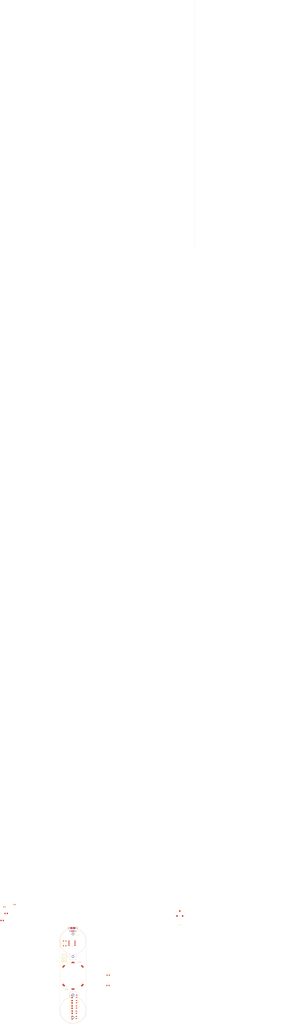
<source format=kicad_pcb>
(kicad_pcb (version 20160815) (host pcbnew "(2017-01-24 revision 0b6147e)-makepkg")

  (general
    (links 40)
    (no_connects 40)
    (area 172.397285 -780.392666 318.105521 -70.704846)
    (thickness 1.6)
    (drawings 247)
    (tracks 0)
    (zones 0)
    (modules 24)
    (nets 20)
  )

  (page A4)
  (layers
    (0 F.Cu signal)
    (31 B.Cu signal)
    (32 B.Adhes user)
    (33 F.Adhes user)
    (34 B.Paste user)
    (35 F.Paste user)
    (36 B.SilkS user)
    (37 F.SilkS user)
    (38 B.Mask user)
    (39 F.Mask user)
    (40 Dwgs.User user)
    (41 Cmts.User user)
    (42 Eco1.User user)
    (43 Eco2.User user)
    (44 Edge.Cuts user)
    (45 Margin user)
    (46 B.CrtYd user)
    (47 F.CrtYd user)
    (48 B.Fab user)
    (49 F.Fab user)
  )

  (setup
    (last_trace_width 0.25)
    (trace_clearance 0.2)
    (zone_clearance 0.508)
    (zone_45_only no)
    (trace_min 0.2)
    (segment_width 0.2)
    (edge_width 0.15)
    (via_size 0.8)
    (via_drill 0.4)
    (via_min_size 0.4)
    (via_min_drill 0.3)
    (uvia_size 0.3)
    (uvia_drill 0.1)
    (uvias_allowed no)
    (uvia_min_size 0.2)
    (uvia_min_drill 0.1)
    (pcb_text_width 0.3)
    (pcb_text_size 1.5 1.5)
    (mod_edge_width 0.15)
    (mod_text_size 1 1)
    (mod_text_width 0.15)
    (pad_size 1.524 1.524)
    (pad_drill 0.762)
    (pad_to_mask_clearance 0.2)
    (aux_axis_origin 0 0)
    (visible_elements 7FFEF7FF)
    (pcbplotparams
      (layerselection 0x00030_ffffffff)
      (usegerberextensions false)
      (excludeedgelayer true)
      (linewidth 0.100000)
      (plotframeref false)
      (viasonmask false)
      (mode 1)
      (useauxorigin false)
      (hpglpennumber 1)
      (hpglpenspeed 20)
      (hpglpendiameter 15)
      (psnegative false)
      (psa4output false)
      (plotreference true)
      (plotvalue true)
      (plotinvisibletext false)
      (padsonsilk false)
      (subtractmaskfromsilk false)
      (outputformat 1)
      (mirror false)
      (drillshape 1)
      (scaleselection 1)
      (outputdirectory ""))
  )

  (net 0 "")
  (net 1 /+VBAT)
  (net 2 GND)
  (net 3 /+VCC)
  (net 4 /+VUSB)
  (net 5 "Net-(D1-Pad1)")
  (net 6 "Net-(LED1-Pad2)")
  (net 7 "Net-(LED2-Pad2)")
  (net 8 "Net-(LED3-Pad2)")
  (net 9 "Net-(LED4-Pad2)")
  (net 10 "Net-(LED5-Pad2)")
  (net 11 /PB1)
  (net 12 /PB2)
  (net 13 /PB0)
  (net 14 /RESET)
  (net 15 /PB3)
  (net 16 "Net-(R1-Pad2)")
  (net 17 "Net-(R2-Pad2)")
  (net 18 /PB4)
  (net 19 "Net-(X1-Pad4)")

  (net_class Default "This is the default net class."
    (clearance 0.2)
    (trace_width 0.25)
    (via_dia 0.8)
    (via_drill 0.4)
    (uvia_dia 0.3)
    (uvia_drill 0.1)
    (add_net /+VBAT)
    (add_net /+VCC)
    (add_net /+VUSB)
    (add_net /PB0)
    (add_net /PB1)
    (add_net /PB2)
    (add_net /PB3)
    (add_net /PB4)
    (add_net /RESET)
    (add_net GND)
    (add_net "Net-(D1-Pad1)")
    (add_net "Net-(LED1-Pad2)")
    (add_net "Net-(LED2-Pad2)")
    (add_net "Net-(LED3-Pad2)")
    (add_net "Net-(LED4-Pad2)")
    (add_net "Net-(LED5-Pad2)")
    (add_net "Net-(R1-Pad2)")
    (add_net "Net-(R2-Pad2)")
    (add_net "Net-(X1-Pad4)")
  )

  (module 608_Bearing:608_Bearing (layer F.Cu) (tedit 59341282) (tstamp 59340EA6)
    (at 125 85 90)
    (path /59325F1B)
    (fp_text reference B1 (at 11.9 -4.9 90) (layer F.SilkS)
      (effects (font (size 1 1) (thickness 0.15)))
    )
    (fp_text value 608_Bearing (at 0 -5.715 90) (layer F.Fab)
      (effects (font (size 1 1) (thickness 0.15)))
    )
    (fp_circle (center 0 0) (end 5.08 9.906) (layer F.SilkS) (width 0.15))
    (pad ~ smd trapezoid (at 8.255 8.255 45) (size 1.524 2.54) (rect_delta 0.3 0 ) (layers F.Cu F.Paste F.Mask))
    (pad "" np_thru_hole circle (at 0 0 90) (size 22 22) (drill 22) (layers *.Cu *.Mask))
    (pad ~ smd trapezoid (at 8.255 -8.255 135) (size 1.524 2.54) (rect_delta 0.3 0 ) (layers F.Cu F.Paste F.Mask))
    (pad ~ smd trapezoid (at 11.684 0 90) (size 1.524 2.54) (rect_delta 0.3 0 ) (layers F.Cu F.Paste F.Mask))
    (pad ~ smd trapezoid (at -8.255 -8.255 225) (size 1.524 2.54) (rect_delta 0.3 0 ) (layers F.Cu F.Paste F.Mask))
    (pad ~ smd trapezoid (at -11.684 0 270) (size 1.524 2.54) (rect_delta 0.3 0 ) (layers F.Cu F.Paste F.Mask))
    (pad ~ smd trapezoid (at -8.255 8.255 315) (size 1.524 2.54) (rect_delta 0.3 0 ) (layers F.Cu F.Paste F.Mask))
    (model ${KIPRJMOD}/3dmodels/608_Bearing.step
      (at (xyz 0 0 -0.03543307086614173))
      (scale (xyz 1 1 1))
      (rotate (xyz 270 0 0))
    )
  )

  (module Capacitors_SMD:C_0805 (layer F.Cu) (tedit 5415D6EA) (tstamp 59340EBA)
    (at 65.575001 29.7375)
    (descr "Capacitor SMD 0805, reflow soldering, AVX (see smccp.pdf)")
    (tags "capacitor 0805")
    (path /592EDA52)
    (attr smd)
    (fp_text reference C1 (at 0 -2.1) (layer F.SilkS)
      (effects (font (size 1 1) (thickness 0.15)))
    )
    (fp_text value .1uF (at 0 2.1) (layer F.Fab)
      (effects (font (size 1 1) (thickness 0.15)))
    )
    (fp_line (start -1.8 -1) (end 1.8 -1) (layer F.CrtYd) (width 0.05))
    (fp_line (start -1.8 1) (end 1.8 1) (layer F.CrtYd) (width 0.05))
    (fp_line (start -1.8 -1) (end -1.8 1) (layer F.CrtYd) (width 0.05))
    (fp_line (start 1.8 -1) (end 1.8 1) (layer F.CrtYd) (width 0.05))
    (fp_line (start 0.5 -0.85) (end -0.5 -0.85) (layer F.SilkS) (width 0.15))
    (fp_line (start -0.5 0.85) (end 0.5 0.85) (layer F.SilkS) (width 0.15))
    (pad 1 smd rect (at -1 0) (size 1 1.25) (layers F.Cu F.Paste F.Mask)
      (net 3 /+VCC))
    (pad 2 smd rect (at 1 0) (size 1 1.25) (layers F.Cu F.Paste F.Mask)
      (net 2 GND))
    (model Capacitors_SMD.3dshapes/C_0805.wrl
      (at (xyz 0 0 0))
      (scale (xyz 1 1 1))
      (rotate (xyz 0 0 0))
    )
  )

  (module Capacitors_SMD:C_0805 (layer F.Cu) (tedit 5415D6EA) (tstamp 59340EC0)
    (at 62.008333 35.9875)
    (descr "Capacitor SMD 0805, reflow soldering, AVX (see smccp.pdf)")
    (tags "capacitor 0805")
    (path /592ED9B8)
    (attr smd)
    (fp_text reference C2 (at 0 -2.1) (layer F.SilkS)
      (effects (font (size 1 1) (thickness 0.15)))
    )
    (fp_text value 10uF (at 0 2.1) (layer F.Fab)
      (effects (font (size 1 1) (thickness 0.15)))
    )
    (fp_line (start -0.5 0.85) (end 0.5 0.85) (layer F.SilkS) (width 0.15))
    (fp_line (start 0.5 -0.85) (end -0.5 -0.85) (layer F.SilkS) (width 0.15))
    (fp_line (start 1.8 -1) (end 1.8 1) (layer F.CrtYd) (width 0.05))
    (fp_line (start -1.8 -1) (end -1.8 1) (layer F.CrtYd) (width 0.05))
    (fp_line (start -1.8 1) (end 1.8 1) (layer F.CrtYd) (width 0.05))
    (fp_line (start -1.8 -1) (end 1.8 -1) (layer F.CrtYd) (width 0.05))
    (pad 2 smd rect (at 1 0) (size 1 1.25) (layers F.Cu F.Paste F.Mask)
      (net 2 GND))
    (pad 1 smd rect (at -1 0) (size 1 1.25) (layers F.Cu F.Paste F.Mask)
      (net 3 /+VCC))
    (model Capacitors_SMD.3dshapes/C_0805.wrl
      (at (xyz 0 0 0))
      (scale (xyz 1 1 1))
      (rotate (xyz 0 0 0))
    )
  )

  (module Diodes_SMD_SOD_523:SOD-523 (layer F.Cu) (tedit 59340B07) (tstamp 59340ECC)
    (at 73.069285 21.8475)
    (descr "http://www.diodes.com/datasheets/ap02001.pdf p.144")
    (tags "Diode SOD523")
    (path /592ED80C)
    (attr smd)
    (fp_text reference D1 (at 0 -1.5) (layer F.SilkS)
      (effects (font (size 1 1) (thickness 0.15)))
    )
    (fp_text value SCHOTTKY (at 0 1.7) (layer F.Fab)
      (effects (font (size 1 1) (thickness 0.15)))
    )
    (fp_line (start -0.781 0.6) (end 0.769 0.6) (layer F.SilkS) (width 0.15))
    (fp_line (start -0.781 -0.6) (end 0.769 -0.6) (layer F.SilkS) (width 0.15))
    (fp_line (start -0.127 0) (end 0.254 0.381) (layer F.SilkS) (width 0.15))
    (fp_line (start 0.254 -0.381) (end -0.127 0) (layer F.SilkS) (width 0.15))
    (fp_line (start 0.254 0.381) (end 0.254 -0.381) (layer F.SilkS) (width 0.15))
    (fp_line (start -0.254 0.381) (end -0.254 -0.381) (layer F.SilkS) (width 0.15))
    (pad 1 smd rect (at -0.7 0) (size 0.6 0.7) (layers F.Cu F.Paste F.Mask)
      (net 5 "Net-(D1-Pad1)"))
    (pad 2 smd rect (at 0.7 0) (size 0.6 0.7) (layers F.Cu F.Paste F.Mask)
      (net 4 /+VUSB))
    (model ${KIPRJMOD}/3dmodels/Diodes_SOD_523.step
      (at (xyz 0 0 0))
      (scale (xyz 1 1 1))
      (rotate (xyz 270 0 0))
    )
  )

  (module Diodes_SMD_SOD_523:SOD-523 (layer F.Cu) (tedit 59340B07) (tstamp 59340ED8)
    (at 63.889285 23.8875)
    (descr "http://www.diodes.com/datasheets/ap02001.pdf p.144")
    (tags "Diode SOD523")
    (path /592ED75D)
    (attr smd)
    (fp_text reference D2 (at 0 -1.5) (layer F.SilkS)
      (effects (font (size 1 1) (thickness 0.15)))
    )
    (fp_text value SCHOTTKY (at 0 1.7) (layer F.Fab)
      (effects (font (size 1 1) (thickness 0.15)))
    )
    (fp_line (start -0.254 0.381) (end -0.254 -0.381) (layer F.SilkS) (width 0.15))
    (fp_line (start 0.254 0.381) (end 0.254 -0.381) (layer F.SilkS) (width 0.15))
    (fp_line (start 0.254 -0.381) (end -0.127 0) (layer F.SilkS) (width 0.15))
    (fp_line (start -0.127 0) (end 0.254 0.381) (layer F.SilkS) (width 0.15))
    (fp_line (start -0.781 -0.6) (end 0.769 -0.6) (layer F.SilkS) (width 0.15))
    (fp_line (start -0.781 0.6) (end 0.769 0.6) (layer F.SilkS) (width 0.15))
    (pad 2 smd rect (at 0.7 0) (size 0.6 0.7) (layers F.Cu F.Paste F.Mask)
      (net 1 /+VBAT))
    (pad 1 smd rect (at -0.7 0) (size 0.6 0.7) (layers F.Cu F.Paste F.Mask)
      (net 5 "Net-(D1-Pad1)"))
    (model ${KIPRJMOD}/3dmodels/Diodes_SOD_523.step
      (at (xyz 0 0 0))
      (scale (xyz 1 1 1))
      (rotate (xyz 270 0 0))
    )
  )

  (module LEDs:LED_0805 (layer F.Cu) (tedit 55BDE1C2) (tstamp 59340EEA)
    (at 124.3 122.1 90)
    (descr "LED 0805 smd package")
    (tags "LED 0805 SMD")
    (path /592EE45E)
    (attr smd)
    (fp_text reference LED1 (at 0 -1.75 90) (layer F.SilkS)
      (effects (font (size 1 1) (thickness 0.15)))
    )
    (fp_text value LED (at 0 1.75 90) (layer F.Fab)
      (effects (font (size 1 1) (thickness 0.15)))
    )
    (fp_line (start -1.6 0.75) (end 1.1 0.75) (layer F.SilkS) (width 0.15))
    (fp_line (start -1.6 -0.75) (end 1.1 -0.75) (layer F.SilkS) (width 0.15))
    (fp_line (start -0.1 0.15) (end -0.1 -0.1) (layer F.SilkS) (width 0.15))
    (fp_line (start -0.1 -0.1) (end -0.25 0.05) (layer F.SilkS) (width 0.15))
    (fp_line (start -0.35 -0.35) (end -0.35 0.35) (layer F.SilkS) (width 0.15))
    (fp_line (start 0 0) (end 0.35 0) (layer F.SilkS) (width 0.15))
    (fp_line (start -0.35 0) (end 0 -0.35) (layer F.SilkS) (width 0.15))
    (fp_line (start 0 -0.35) (end 0 0.35) (layer F.SilkS) (width 0.15))
    (fp_line (start 0 0.35) (end -0.35 0) (layer F.SilkS) (width 0.15))
    (fp_line (start 1.9 -0.95) (end 1.9 0.95) (layer F.CrtYd) (width 0.05))
    (fp_line (start 1.9 0.95) (end -1.9 0.95) (layer F.CrtYd) (width 0.05))
    (fp_line (start -1.9 0.95) (end -1.9 -0.95) (layer F.CrtYd) (width 0.05))
    (fp_line (start -1.9 -0.95) (end 1.9 -0.95) (layer F.CrtYd) (width 0.05))
    (pad 2 smd rect (at 1.04902 0 270) (size 1.19888 1.19888) (layers F.Cu F.Paste F.Mask)
      (net 6 "Net-(LED1-Pad2)"))
    (pad 1 smd rect (at -1.04902 0 270) (size 1.19888 1.19888) (layers F.Cu F.Paste F.Mask)
      (net 2 GND))
    (model LEDs.3dshapes/LED_0805.wrl
      (at (xyz 0 0 0))
      (scale (xyz 1 1 1))
      (rotate (xyz 0 0 0))
    )
  )

  (module LEDs:LED_0805 (layer F.Cu) (tedit 55BDE1C2) (tstamp 59340EF0)
    (at 124.3 117.3 90)
    (descr "LED 0805 smd package")
    (tags "LED 0805 SMD")
    (path /592EE5E5)
    (attr smd)
    (fp_text reference LED2 (at 0 -1.75 90) (layer F.SilkS)
      (effects (font (size 1 1) (thickness 0.15)))
    )
    (fp_text value LED (at 0 1.75 90) (layer F.Fab)
      (effects (font (size 1 1) (thickness 0.15)))
    )
    (fp_line (start -1.9 -0.95) (end 1.9 -0.95) (layer F.CrtYd) (width 0.05))
    (fp_line (start -1.9 0.95) (end -1.9 -0.95) (layer F.CrtYd) (width 0.05))
    (fp_line (start 1.9 0.95) (end -1.9 0.95) (layer F.CrtYd) (width 0.05))
    (fp_line (start 1.9 -0.95) (end 1.9 0.95) (layer F.CrtYd) (width 0.05))
    (fp_line (start 0 0.35) (end -0.35 0) (layer F.SilkS) (width 0.15))
    (fp_line (start 0 -0.35) (end 0 0.35) (layer F.SilkS) (width 0.15))
    (fp_line (start -0.35 0) (end 0 -0.35) (layer F.SilkS) (width 0.15))
    (fp_line (start 0 0) (end 0.35 0) (layer F.SilkS) (width 0.15))
    (fp_line (start -0.35 -0.35) (end -0.35 0.35) (layer F.SilkS) (width 0.15))
    (fp_line (start -0.1 -0.1) (end -0.25 0.05) (layer F.SilkS) (width 0.15))
    (fp_line (start -0.1 0.15) (end -0.1 -0.1) (layer F.SilkS) (width 0.15))
    (fp_line (start -1.6 -0.75) (end 1.1 -0.75) (layer F.SilkS) (width 0.15))
    (fp_line (start -1.6 0.75) (end 1.1 0.75) (layer F.SilkS) (width 0.15))
    (pad 1 smd rect (at -1.04902 0 270) (size 1.19888 1.19888) (layers F.Cu F.Paste F.Mask)
      (net 2 GND))
    (pad 2 smd rect (at 1.04902 0 270) (size 1.19888 1.19888) (layers F.Cu F.Paste F.Mask)
      (net 7 "Net-(LED2-Pad2)"))
    (model LEDs.3dshapes/LED_0805.wrl
      (at (xyz 0 0 0))
      (scale (xyz 1 1 1))
      (rotate (xyz 0 0 0))
    )
  )

  (module LEDs:LED_0805 (layer F.Cu) (tedit 55BDE1C2) (tstamp 59340EF6)
    (at 124.2 112.8 90)
    (descr "LED 0805 smd package")
    (tags "LED 0805 SMD")
    (path /592EE639)
    (attr smd)
    (fp_text reference LED3 (at 0 -1.75 90) (layer F.SilkS)
      (effects (font (size 1 1) (thickness 0.15)))
    )
    (fp_text value LED (at 0 1.75 90) (layer F.Fab)
      (effects (font (size 1 1) (thickness 0.15)))
    )
    (fp_line (start -1.6 0.75) (end 1.1 0.75) (layer F.SilkS) (width 0.15))
    (fp_line (start -1.6 -0.75) (end 1.1 -0.75) (layer F.SilkS) (width 0.15))
    (fp_line (start -0.1 0.15) (end -0.1 -0.1) (layer F.SilkS) (width 0.15))
    (fp_line (start -0.1 -0.1) (end -0.25 0.05) (layer F.SilkS) (width 0.15))
    (fp_line (start -0.35 -0.35) (end -0.35 0.35) (layer F.SilkS) (width 0.15))
    (fp_line (start 0 0) (end 0.35 0) (layer F.SilkS) (width 0.15))
    (fp_line (start -0.35 0) (end 0 -0.35) (layer F.SilkS) (width 0.15))
    (fp_line (start 0 -0.35) (end 0 0.35) (layer F.SilkS) (width 0.15))
    (fp_line (start 0 0.35) (end -0.35 0) (layer F.SilkS) (width 0.15))
    (fp_line (start 1.9 -0.95) (end 1.9 0.95) (layer F.CrtYd) (width 0.05))
    (fp_line (start 1.9 0.95) (end -1.9 0.95) (layer F.CrtYd) (width 0.05))
    (fp_line (start -1.9 0.95) (end -1.9 -0.95) (layer F.CrtYd) (width 0.05))
    (fp_line (start -1.9 -0.95) (end 1.9 -0.95) (layer F.CrtYd) (width 0.05))
    (pad 2 smd rect (at 1.04902 0 270) (size 1.19888 1.19888) (layers F.Cu F.Paste F.Mask)
      (net 8 "Net-(LED3-Pad2)"))
    (pad 1 smd rect (at -1.04902 0 270) (size 1.19888 1.19888) (layers F.Cu F.Paste F.Mask)
      (net 2 GND))
    (model LEDs.3dshapes/LED_0805.wrl
      (at (xyz 0 0 0))
      (scale (xyz 1 1 1))
      (rotate (xyz 0 0 0))
    )
  )

  (module LEDs:LED_0805 (layer F.Cu) (tedit 55BDE1C2) (tstamp 59340EFC)
    (at 124.2 108.1 90)
    (descr "LED 0805 smd package")
    (tags "LED 0805 SMD")
    (path /592EE678)
    (attr smd)
    (fp_text reference LED4 (at 0 -1.75 90) (layer F.SilkS)
      (effects (font (size 1 1) (thickness 0.15)))
    )
    (fp_text value LED (at 0 1.75 90) (layer F.Fab)
      (effects (font (size 1 1) (thickness 0.15)))
    )
    (fp_line (start -1.9 -0.95) (end 1.9 -0.95) (layer F.CrtYd) (width 0.05))
    (fp_line (start -1.9 0.95) (end -1.9 -0.95) (layer F.CrtYd) (width 0.05))
    (fp_line (start 1.9 0.95) (end -1.9 0.95) (layer F.CrtYd) (width 0.05))
    (fp_line (start 1.9 -0.95) (end 1.9 0.95) (layer F.CrtYd) (width 0.05))
    (fp_line (start 0 0.35) (end -0.35 0) (layer F.SilkS) (width 0.15))
    (fp_line (start 0 -0.35) (end 0 0.35) (layer F.SilkS) (width 0.15))
    (fp_line (start -0.35 0) (end 0 -0.35) (layer F.SilkS) (width 0.15))
    (fp_line (start 0 0) (end 0.35 0) (layer F.SilkS) (width 0.15))
    (fp_line (start -0.35 -0.35) (end -0.35 0.35) (layer F.SilkS) (width 0.15))
    (fp_line (start -0.1 -0.1) (end -0.25 0.05) (layer F.SilkS) (width 0.15))
    (fp_line (start -0.1 0.15) (end -0.1 -0.1) (layer F.SilkS) (width 0.15))
    (fp_line (start -1.6 -0.75) (end 1.1 -0.75) (layer F.SilkS) (width 0.15))
    (fp_line (start -1.6 0.75) (end 1.1 0.75) (layer F.SilkS) (width 0.15))
    (pad 1 smd rect (at -1.04902 0 270) (size 1.19888 1.19888) (layers F.Cu F.Paste F.Mask)
      (net 2 GND))
    (pad 2 smd rect (at 1.04902 0 270) (size 1.19888 1.19888) (layers F.Cu F.Paste F.Mask)
      (net 9 "Net-(LED4-Pad2)"))
    (model LEDs.3dshapes/LED_0805.wrl
      (at (xyz 0 0 0))
      (scale (xyz 1 1 1))
      (rotate (xyz 0 0 0))
    )
  )

  (module LEDs:LED_0805 (layer F.Cu) (tedit 55BDE1C2) (tstamp 59340F02)
    (at 124.2 103.3 90)
    (descr "LED 0805 smd package")
    (tags "LED 0805 SMD")
    (path /592EE6BA)
    (attr smd)
    (fp_text reference LED5 (at 0 -1.75 90) (layer F.SilkS)
      (effects (font (size 1 1) (thickness 0.15)))
    )
    (fp_text value LED (at 0 1.75 90) (layer F.Fab)
      (effects (font (size 1 1) (thickness 0.15)))
    )
    (fp_line (start -1.6 0.75) (end 1.1 0.75) (layer F.SilkS) (width 0.15))
    (fp_line (start -1.6 -0.75) (end 1.1 -0.75) (layer F.SilkS) (width 0.15))
    (fp_line (start -0.1 0.15) (end -0.1 -0.1) (layer F.SilkS) (width 0.15))
    (fp_line (start -0.1 -0.1) (end -0.25 0.05) (layer F.SilkS) (width 0.15))
    (fp_line (start -0.35 -0.35) (end -0.35 0.35) (layer F.SilkS) (width 0.15))
    (fp_line (start 0 0) (end 0.35 0) (layer F.SilkS) (width 0.15))
    (fp_line (start -0.35 0) (end 0 -0.35) (layer F.SilkS) (width 0.15))
    (fp_line (start 0 -0.35) (end 0 0.35) (layer F.SilkS) (width 0.15))
    (fp_line (start 0 0.35) (end -0.35 0) (layer F.SilkS) (width 0.15))
    (fp_line (start 1.9 -0.95) (end 1.9 0.95) (layer F.CrtYd) (width 0.05))
    (fp_line (start 1.9 0.95) (end -1.9 0.95) (layer F.CrtYd) (width 0.05))
    (fp_line (start -1.9 0.95) (end -1.9 -0.95) (layer F.CrtYd) (width 0.05))
    (fp_line (start -1.9 -0.95) (end 1.9 -0.95) (layer F.CrtYd) (width 0.05))
    (pad 2 smd rect (at 1.04902 0 270) (size 1.19888 1.19888) (layers F.Cu F.Paste F.Mask)
      (net 10 "Net-(LED5-Pad2)"))
    (pad 1 smd rect (at -1.04902 0 270) (size 1.19888 1.19888) (layers F.Cu F.Paste F.Mask)
      (net 2 GND))
    (model LEDs.3dshapes/LED_0805.wrl
      (at (xyz 0 0 0))
      (scale (xyz 1 1 1))
      (rotate (xyz 0 0 0))
    )
  )

  (module ISP:ISP (layer F.Cu) (tedit 59316338) (tstamp 59340F0C)
    (at 115.8 71.8 90)
    (descr "Through hole socket strip")
    (tags "socket strip")
    (path /592F165D)
    (fp_text reference P1 (at 0 -5.1 90) (layer F.SilkS)
      (effects (font (size 1 1) (thickness 0.15)))
    )
    (fp_text value ISP (at 0 -3.1 90) (layer F.Fab)
      (effects (font (size 1 1) (thickness 0.15)))
    )
    (fp_line (start 6.35 -1.27) (end 1.27 -1.27) (layer F.SilkS) (width 0.15))
    (fp_line (start -1.55 -1.55) (end 0 -1.55) (layer F.SilkS) (width 0.15))
    (fp_line (start -1.75 -1.75) (end -1.75 4.3) (layer F.CrtYd) (width 0.05))
    (fp_line (start 6.85 -1.75) (end 6.85 4.3) (layer F.CrtYd) (width 0.05))
    (fp_line (start -1.75 -1.75) (end 6.85 -1.75) (layer F.CrtYd) (width 0.05))
    (fp_line (start -1.75 4.3) (end 6.85 4.3) (layer F.CrtYd) (width 0.05))
    (fp_line (start -1.27 1.27) (end 1.27 1.27) (layer F.SilkS) (width 0.15))
    (fp_line (start 1.27 1.27) (end 1.27 -1.27) (layer F.SilkS) (width 0.15))
    (fp_line (start 6.35 -1.27) (end 6.35 3.81) (layer F.SilkS) (width 0.15))
    (fp_line (start 6.35 3.81) (end 1.27 3.81) (layer F.SilkS) (width 0.15))
    (fp_line (start -1.55 -1.55) (end -1.55 0) (layer F.SilkS) (width 0.15))
    (fp_line (start -1.27 3.81) (end -1.27 1.27) (layer F.SilkS) (width 0.15))
    (fp_line (start 1.27 3.81) (end -1.27 3.81) (layer F.SilkS) (width 0.15))
    (pad 1 thru_hole rect (at 0 0 90) (size 1.7272 1.7272) (drill 1.016) (layers *.Cu *.Mask F.SilkS)
      (net 11 /PB1))
    (pad 2 thru_hole oval (at 0 2.54 90) (size 1.7272 1.7272) (drill 1.016) (layers *.Cu *.Mask F.SilkS)
      (net 3 /+VCC))
    (pad 3 thru_hole oval (at 2.54 0 90) (size 1.7272 1.7272) (drill 1.016) (layers *.Cu *.Mask F.SilkS)
      (net 12 /PB2))
    (pad 4 thru_hole oval (at 2.54 2.54 90) (size 1.7272 1.7272) (drill 1.016) (layers *.Cu *.Mask F.SilkS)
      (net 13 /PB0))
    (pad 5 thru_hole oval (at 5.08 0 90) (size 1.7272 1.7272) (drill 1.016) (layers *.Cu *.Mask F.SilkS)
      (net 14 /RESET))
    (pad 6 thru_hole oval (at 5.08 2.54 90) (size 1.7272 1.7272) (drill 1.016) (layers *.Cu *.Mask F.SilkS)
      (net 2 GND))
  )

  (module Resistors_SMD:R_0805 (layer F.Cu) (tedit 5415CDEB) (tstamp 59340F12)
    (at 156.2 93.6)
    (descr "Resistor SMD 0805, reflow soldering, Vishay (see dcrcw.pdf)")
    (tags "resistor 0805")
    (path /592ECCD7)
    (attr smd)
    (fp_text reference R1 (at 0 -2.1) (layer F.SilkS)
      (effects (font (size 1 1) (thickness 0.15)))
    )
    (fp_text value 68 (at 0 2.1) (layer F.Fab)
      (effects (font (size 1 1) (thickness 0.15)))
    )
    (fp_line (start -1.6 -1) (end 1.6 -1) (layer F.CrtYd) (width 0.05))
    (fp_line (start -1.6 1) (end 1.6 1) (layer F.CrtYd) (width 0.05))
    (fp_line (start -1.6 -1) (end -1.6 1) (layer F.CrtYd) (width 0.05))
    (fp_line (start 1.6 -1) (end 1.6 1) (layer F.CrtYd) (width 0.05))
    (fp_line (start 0.6 0.875) (end -0.6 0.875) (layer F.SilkS) (width 0.15))
    (fp_line (start -0.6 -0.875) (end 0.6 -0.875) (layer F.SilkS) (width 0.15))
    (pad 1 smd rect (at -0.95 0) (size 0.7 1.3) (layers F.Cu F.Paste F.Mask)
      (net 15 /PB3))
    (pad 2 smd rect (at 0.95 0) (size 0.7 1.3) (layers F.Cu F.Paste F.Mask)
      (net 16 "Net-(R1-Pad2)"))
    (model Resistors_SMD.3dshapes/R_0805.wrl
      (at (xyz 0 0 0))
      (scale (xyz 1 1 1))
      (rotate (xyz 0 0 0))
    )
  )

  (module Resistors_SMD:R_0805 (layer F.Cu) (tedit 5415CDEB) (tstamp 59340F18)
    (at 156.3 84.5)
    (descr "Resistor SMD 0805, reflow soldering, Vishay (see dcrcw.pdf)")
    (tags "resistor 0805")
    (path /592ECDDB)
    (attr smd)
    (fp_text reference R2 (at 0 -2.1) (layer F.SilkS)
      (effects (font (size 1 1) (thickness 0.15)))
    )
    (fp_text value 68 (at 0 2.1) (layer F.Fab)
      (effects (font (size 1 1) (thickness 0.15)))
    )
    (fp_line (start -0.6 -0.875) (end 0.6 -0.875) (layer F.SilkS) (width 0.15))
    (fp_line (start 0.6 0.875) (end -0.6 0.875) (layer F.SilkS) (width 0.15))
    (fp_line (start 1.6 -1) (end 1.6 1) (layer F.CrtYd) (width 0.05))
    (fp_line (start -1.6 -1) (end -1.6 1) (layer F.CrtYd) (width 0.05))
    (fp_line (start -1.6 1) (end 1.6 1) (layer F.CrtYd) (width 0.05))
    (fp_line (start -1.6 -1) (end 1.6 -1) (layer F.CrtYd) (width 0.05))
    (pad 2 smd rect (at 0.95 0) (size 0.7 1.3) (layers F.Cu F.Paste F.Mask)
      (net 17 "Net-(R2-Pad2)"))
    (pad 1 smd rect (at -0.95 0) (size 0.7 1.3) (layers F.Cu F.Paste F.Mask)
      (net 18 /PB4))
    (model Resistors_SMD.3dshapes/R_0805.wrl
      (at (xyz 0 0 0))
      (scale (xyz 1 1 1))
      (rotate (xyz 0 0 0))
    )
  )

  (module Resistors_SMD:R_0805 (layer F.Cu) (tedit 5415CDEB) (tstamp 59340F1E)
    (at 128 122 270)
    (descr "Resistor SMD 0805, reflow soldering, Vishay (see dcrcw.pdf)")
    (tags "resistor 0805")
    (path /592EE785)
    (attr smd)
    (fp_text reference R3 (at 0 -2.1 270) (layer F.SilkS)
      (effects (font (size 1 1) (thickness 0.15)))
    )
    (fp_text value 470 (at 0 2.1 270) (layer F.Fab)
      (effects (font (size 1 1) (thickness 0.15)))
    )
    (fp_line (start -1.6 -1) (end 1.6 -1) (layer F.CrtYd) (width 0.05))
    (fp_line (start -1.6 1) (end 1.6 1) (layer F.CrtYd) (width 0.05))
    (fp_line (start -1.6 -1) (end -1.6 1) (layer F.CrtYd) (width 0.05))
    (fp_line (start 1.6 -1) (end 1.6 1) (layer F.CrtYd) (width 0.05))
    (fp_line (start 0.6 0.875) (end -0.6 0.875) (layer F.SilkS) (width 0.15))
    (fp_line (start -0.6 -0.875) (end 0.6 -0.875) (layer F.SilkS) (width 0.15))
    (pad 1 smd rect (at -0.95 0 270) (size 0.7 1.3) (layers F.Cu F.Paste F.Mask)
      (net 6 "Net-(LED1-Pad2)"))
    (pad 2 smd rect (at 0.95 0 270) (size 0.7 1.3) (layers F.Cu F.Paste F.Mask)
      (net 13 /PB0))
    (model Resistors_SMD.3dshapes/R_0805.wrl
      (at (xyz 0 0 0))
      (scale (xyz 1 1 1))
      (rotate (xyz 0 0 0))
    )
  )

  (module Resistors_SMD:R_0805 (layer F.Cu) (tedit 5415CDEB) (tstamp 59340F24)
    (at 128 117.3 270)
    (descr "Resistor SMD 0805, reflow soldering, Vishay (see dcrcw.pdf)")
    (tags "resistor 0805")
    (path /592EE895)
    (attr smd)
    (fp_text reference R4 (at 0 -2.1 270) (layer F.SilkS)
      (effects (font (size 1 1) (thickness 0.15)))
    )
    (fp_text value 470 (at 0 2.1 270) (layer F.Fab)
      (effects (font (size 1 1) (thickness 0.15)))
    )
    (fp_line (start -0.6 -0.875) (end 0.6 -0.875) (layer F.SilkS) (width 0.15))
    (fp_line (start 0.6 0.875) (end -0.6 0.875) (layer F.SilkS) (width 0.15))
    (fp_line (start 1.6 -1) (end 1.6 1) (layer F.CrtYd) (width 0.05))
    (fp_line (start -1.6 -1) (end -1.6 1) (layer F.CrtYd) (width 0.05))
    (fp_line (start -1.6 1) (end 1.6 1) (layer F.CrtYd) (width 0.05))
    (fp_line (start -1.6 -1) (end 1.6 -1) (layer F.CrtYd) (width 0.05))
    (pad 2 smd rect (at 0.95 0 270) (size 0.7 1.3) (layers F.Cu F.Paste F.Mask)
      (net 11 /PB1))
    (pad 1 smd rect (at -0.95 0 270) (size 0.7 1.3) (layers F.Cu F.Paste F.Mask)
      (net 7 "Net-(LED2-Pad2)"))
    (model Resistors_SMD.3dshapes/R_0805.wrl
      (at (xyz 0 0 0))
      (scale (xyz 1 1 1))
      (rotate (xyz 0 0 0))
    )
  )

  (module Resistors_SMD:R_0805 (layer F.Cu) (tedit 5415CDEB) (tstamp 59340F2A)
    (at 128.1 112.7 270)
    (descr "Resistor SMD 0805, reflow soldering, Vishay (see dcrcw.pdf)")
    (tags "resistor 0805")
    (path /592EE8E0)
    (attr smd)
    (fp_text reference R5 (at 0 -2.1 270) (layer F.SilkS)
      (effects (font (size 1 1) (thickness 0.15)))
    )
    (fp_text value 470 (at 0 2.1 270) (layer F.Fab)
      (effects (font (size 1 1) (thickness 0.15)))
    )
    (fp_line (start -1.6 -1) (end 1.6 -1) (layer F.CrtYd) (width 0.05))
    (fp_line (start -1.6 1) (end 1.6 1) (layer F.CrtYd) (width 0.05))
    (fp_line (start -1.6 -1) (end -1.6 1) (layer F.CrtYd) (width 0.05))
    (fp_line (start 1.6 -1) (end 1.6 1) (layer F.CrtYd) (width 0.05))
    (fp_line (start 0.6 0.875) (end -0.6 0.875) (layer F.SilkS) (width 0.15))
    (fp_line (start -0.6 -0.875) (end 0.6 -0.875) (layer F.SilkS) (width 0.15))
    (pad 1 smd rect (at -0.95 0 270) (size 0.7 1.3) (layers F.Cu F.Paste F.Mask)
      (net 8 "Net-(LED3-Pad2)"))
    (pad 2 smd rect (at 0.95 0 270) (size 0.7 1.3) (layers F.Cu F.Paste F.Mask)
      (net 12 /PB2))
    (model Resistors_SMD.3dshapes/R_0805.wrl
      (at (xyz 0 0 0))
      (scale (xyz 1 1 1))
      (rotate (xyz 0 0 0))
    )
  )

  (module Resistors_SMD:R_0805 (layer F.Cu) (tedit 5415CDEB) (tstamp 59340F30)
    (at 128.2 108 270)
    (descr "Resistor SMD 0805, reflow soldering, Vishay (see dcrcw.pdf)")
    (tags "resistor 0805")
    (path /592EE92E)
    (attr smd)
    (fp_text reference R6 (at 0 -2.1 270) (layer F.SilkS)
      (effects (font (size 1 1) (thickness 0.15)))
    )
    (fp_text value 470 (at 0 2.1 270) (layer F.Fab)
      (effects (font (size 1 1) (thickness 0.15)))
    )
    (fp_line (start -0.6 -0.875) (end 0.6 -0.875) (layer F.SilkS) (width 0.15))
    (fp_line (start 0.6 0.875) (end -0.6 0.875) (layer F.SilkS) (width 0.15))
    (fp_line (start 1.6 -1) (end 1.6 1) (layer F.CrtYd) (width 0.05))
    (fp_line (start -1.6 -1) (end -1.6 1) (layer F.CrtYd) (width 0.05))
    (fp_line (start -1.6 1) (end 1.6 1) (layer F.CrtYd) (width 0.05))
    (fp_line (start -1.6 -1) (end 1.6 -1) (layer F.CrtYd) (width 0.05))
    (pad 2 smd rect (at 0.95 0 270) (size 0.7 1.3) (layers F.Cu F.Paste F.Mask)
      (net 15 /PB3))
    (pad 1 smd rect (at -0.95 0 270) (size 0.7 1.3) (layers F.Cu F.Paste F.Mask)
      (net 9 "Net-(LED4-Pad2)"))
    (model Resistors_SMD.3dshapes/R_0805.wrl
      (at (xyz 0 0 0))
      (scale (xyz 1 1 1))
      (rotate (xyz 0 0 0))
    )
  )

  (module Resistors_SMD:R_0805 (layer F.Cu) (tedit 5415CDEB) (tstamp 59340F36)
    (at 128.2 103.2 270)
    (descr "Resistor SMD 0805, reflow soldering, Vishay (see dcrcw.pdf)")
    (tags "resistor 0805")
    (path /592EE97F)
    (attr smd)
    (fp_text reference R7 (at 0 -2.1 270) (layer F.SilkS)
      (effects (font (size 1 1) (thickness 0.15)))
    )
    (fp_text value 470 (at 0 2.1 270) (layer F.Fab)
      (effects (font (size 1 1) (thickness 0.15)))
    )
    (fp_line (start -1.6 -1) (end 1.6 -1) (layer F.CrtYd) (width 0.05))
    (fp_line (start -1.6 1) (end 1.6 1) (layer F.CrtYd) (width 0.05))
    (fp_line (start -1.6 -1) (end -1.6 1) (layer F.CrtYd) (width 0.05))
    (fp_line (start 1.6 -1) (end 1.6 1) (layer F.CrtYd) (width 0.05))
    (fp_line (start 0.6 0.875) (end -0.6 0.875) (layer F.SilkS) (width 0.15))
    (fp_line (start -0.6 -0.875) (end 0.6 -0.875) (layer F.SilkS) (width 0.15))
    (pad 1 smd rect (at -0.95 0 270) (size 0.7 1.3) (layers F.Cu F.Paste F.Mask)
      (net 10 "Net-(LED5-Pad2)"))
    (pad 2 smd rect (at 0.95 0 270) (size 0.7 1.3) (layers F.Cu F.Paste F.Mask)
      (net 18 /PB4))
    (model Resistors_SMD.3dshapes/R_0805.wrl
      (at (xyz 0 0 0))
      (scale (xyz 1 1 1))
      (rotate (xyz 0 0 0))
    )
  )

  (module Switch_PT810:SWITCH_PTS810 (layer F.Cu) (tedit 588B8428) (tstamp 59340F3E)
    (at 117.6 56.3 90)
    (descr "DESCRIPTION: STANDARD 4.2MM TACT SWITCH PACKAGE.BASED OFF C&K PTS 810 SERIES TACT SWITCH.")
    (tags "DESCRIPTION: STANDARD 4.2MM TACT SWITCH PACKAGE.BASED OFF C&K PTS 810 SERIES TACT SWITCH.")
    (path /592ED061)
    (solder_mask_margin 0.127)
    (clearance 0.127)
    (attr smd)
    (fp_text reference SW1 (at -0.25908 -2.50698 90) (layer F.SilkS)
      (effects (font (size 1.016 1.016) (thickness 0.1524)))
    )
    (fp_text value SW_RESET (at -0.25908 -4.03098 90) (layer F.SilkS)
      (effects (font (size 1.016 1.016) (thickness 0.1524)))
    )
    (fp_line (start -2.79908 -1.59766) (end 2.79908 -1.59766) (layer F.SilkS) (width 0.127))
    (fp_line (start 2.79908 -1.59766) (end 2.79908 1.59766) (layer F.SilkS) (width 0.127))
    (fp_line (start 2.79908 1.59766) (end -2.79908 1.59766) (layer F.SilkS) (width 0.127))
    (fp_line (start -2.79908 1.59766) (end -2.79908 -1.59766) (layer F.SilkS) (width 0.127))
    (fp_line (start -1.19888 -1.19888) (end 0 -1.19888) (layer F.SilkS) (width 0.127))
    (fp_line (start 0 -1.19888) (end 1.19888 -1.19888) (layer F.SilkS) (width 0.127))
    (fp_line (start -1.19888 1.19888) (end 0 1.19888) (layer F.SilkS) (width 0.127))
    (fp_line (start 0 1.19888) (end 1.19888 1.19888) (layer F.SilkS) (width 0.127))
    (fp_line (start 0 1.19888) (end 0 0.59944) (layer F.SilkS) (width 0.127))
    (fp_line (start 0 -1.19888) (end 0 -0.59944) (layer F.SilkS) (width 0.127))
    (fp_line (start 0 0.59944) (end -0.39878 -0.39878) (layer F.SilkS) (width 0.127))
    (pad 1 smd rect (at -2.07264 -1.07442 180) (size 0.6477 1.04902) (layers F.Cu F.Paste F.Mask)
      (net 2 GND))
    (pad 2 smd rect (at 2.07264 -1.07442 180) (size 0.6477 1.04902) (layers F.Cu F.Paste F.Mask))
    (pad 3 smd rect (at -2.07264 1.07442 180) (size 0.6477 1.04902) (layers F.Cu F.Paste F.Mask))
    (pad 4 smd rect (at 2.07264 1.07442 180) (size 0.6477 1.04902) (layers F.Cu F.Paste F.Mask)
      (net 14 /RESET))
    (model ${KIPRJMOD}/3dmodels/PTS810.stp
      (at (xyz 0 0 0.05511811023622047))
      (scale (xyz 1 1 1))
      (rotate (xyz 270 0 0))
    )
  )

  (module Housings_SOIC:SOIC-8_3.9x4.9mm_Pitch1.27mm (layer F.Cu) (tedit 54130A77) (tstamp 59340F53)
    (at 124.1 56.2)
    (descr "8-Lead Plastic Small Outline (SN) - Narrow, 3.90 mm Body [SOIC] (see Microchip Packaging Specification 00000049BS.pdf)")
    (tags "SOIC 1.27")
    (path /592CE99E)
    (attr smd)
    (fp_text reference U1 (at 0 -3.5) (layer F.SilkS)
      (effects (font (size 1 1) (thickness 0.15)))
    )
    (fp_text value Microchip_ATtiny85 (at 0 3.5) (layer F.Fab)
      (effects (font (size 1 1) (thickness 0.15)))
    )
    (fp_line (start -3.75 -2.75) (end -3.75 2.75) (layer F.CrtYd) (width 0.05))
    (fp_line (start 3.75 -2.75) (end 3.75 2.75) (layer F.CrtYd) (width 0.05))
    (fp_line (start -3.75 -2.75) (end 3.75 -2.75) (layer F.CrtYd) (width 0.05))
    (fp_line (start -3.75 2.75) (end 3.75 2.75) (layer F.CrtYd) (width 0.05))
    (fp_line (start -2.075 -2.575) (end -2.075 -2.43) (layer F.SilkS) (width 0.15))
    (fp_line (start 2.075 -2.575) (end 2.075 -2.43) (layer F.SilkS) (width 0.15))
    (fp_line (start 2.075 2.575) (end 2.075 2.43) (layer F.SilkS) (width 0.15))
    (fp_line (start -2.075 2.575) (end -2.075 2.43) (layer F.SilkS) (width 0.15))
    (fp_line (start -2.075 -2.575) (end 2.075 -2.575) (layer F.SilkS) (width 0.15))
    (fp_line (start -2.075 2.575) (end 2.075 2.575) (layer F.SilkS) (width 0.15))
    (fp_line (start -2.075 -2.43) (end -3.475 -2.43) (layer F.SilkS) (width 0.15))
    (pad 1 smd rect (at -2.7 -1.905) (size 1.55 0.6) (layers F.Cu F.Paste F.Mask)
      (net 14 /RESET))
    (pad 2 smd rect (at -2.7 -0.635) (size 1.55 0.6) (layers F.Cu F.Paste F.Mask)
      (net 15 /PB3))
    (pad 3 smd rect (at -2.7 0.635) (size 1.55 0.6) (layers F.Cu F.Paste F.Mask)
      (net 18 /PB4))
    (pad 4 smd rect (at -2.7 1.905) (size 1.55 0.6) (layers F.Cu F.Paste F.Mask)
      (net 2 GND))
    (pad 5 smd rect (at 2.7 1.905) (size 1.55 0.6) (layers F.Cu F.Paste F.Mask)
      (net 13 /PB0))
    (pad 6 smd rect (at 2.7 0.635) (size 1.55 0.6) (layers F.Cu F.Paste F.Mask)
      (net 11 /PB1))
    (pad 7 smd rect (at 2.7 -0.635) (size 1.55 0.6) (layers F.Cu F.Paste F.Mask)
      (net 12 /PB2))
    (pad 8 smd rect (at 2.7 -1.905) (size 1.55 0.6) (layers F.Cu F.Paste F.Mask)
      (net 3 /+VCC))
    (model Housings_SOIC.3dshapes/SOIC-8_3.9x4.9mm_Pitch1.27mm.wrl
      (at (xyz 0 0 0))
      (scale (xyz 1 1 1))
      (rotate (xyz 0 0 0))
    )
  )

  (module Micro_USB:MICRO_USB_10118194 (layer F.Cu) (tedit 588B4B76) (tstamp 59340F62)
    (at 124.8 44.1 180)
    (descr "DESCRIPTION: PACKAGE FOR MICRO USB TYPE B CONNECTOR. BASED ON FCI 10118193-0001LF.")
    (tags "DESCRIPTION: PACKAGE FOR MICRO USB TYPE B CONNECTOR. BASED ON FCI 10118193-0001LF.")
    (path /592CEBE5)
    (attr smd)
    (fp_text reference X1 (at -2.54 -3.20548 180) (layer F.SilkS)
      (effects (font (size 1.016 1.016) (thickness 0.1524)))
    )
    (fp_text value USBMICRO (at -2.54 -4.72948 180) (layer F.SilkS)
      (effects (font (size 1.016 1.016) (thickness 0.1524)))
    )
    (fp_line (start -5.08 2.85496) (end 5.08 2.85496) (layer F.SilkS) (width 0.127))
    (fp_line (start -5.08 2.85496) (end -5.08 -1.29794) (layer F.SilkS) (width 0.127))
    (fp_line (start -5.08 -1.29794) (end -4.07924 -2.2987) (layer F.SilkS) (width 0.127))
    (fp_line (start -4.07924 -2.2987) (end 4.07924 -2.2987) (layer F.SilkS) (width 0.127))
    (fp_line (start 4.07924 -2.2987) (end 5.08 -1.29794) (layer F.SilkS) (width 0.127))
    (fp_line (start 5.08 -1.29794) (end 5.08 2.85496) (layer F.SilkS) (width 0.127))
    (fp_line (start -3.54838 1.04902) (end -3.54838 1.74752) (layer F.SilkS) (width 0.00762))
    (pad 1 smd rect (at -1.29794 -1.27) (size 0.39878 1.34874) (layers F.Cu F.Paste F.Mask)
      (net 4 /+VUSB) (solder_mask_margin 0.127) (clearance 0.127))
    (pad 2 smd rect (at -0.6477 -1.27) (size 0.39878 1.34874) (layers F.Cu F.Paste F.Mask)
      (net 16 "Net-(R1-Pad2)") (solder_mask_margin 0.127) (clearance 0.127))
    (pad 3 smd rect (at 0 -1.27) (size 0.39878 1.34874) (layers F.Cu F.Paste F.Mask)
      (net 17 "Net-(R2-Pad2)") (solder_mask_margin 0.127) (clearance 0.127))
    (pad 4 smd rect (at 0.6477 -1.27) (size 0.39878 1.34874) (layers F.Cu F.Paste F.Mask)
      (net 19 "Net-(X1-Pad4)") (solder_mask_margin 0.127) (clearance 0.127))
    (pad 5 smd rect (at 1.29794 -1.27) (size 0.39878 1.34874) (layers F.Cu F.Paste F.Mask)
      (net 2 GND) (solder_mask_margin 0.127) (clearance 0.127))
    (pad S5 smd rect (at -1.19888 1.40462 180) (size 1.89992 1.89992) (layers F.Cu F.Paste F.Mask))
    (pad S6 smd rect (at 1.19888 1.40462 180) (size 1.89992 1.89992) (layers F.Cu F.Paste F.Mask))
    (pad SLOT thru_hole circle (at -3.43 1.4 180) (size 1.65 1.65) (drill 1.15) (layers *.Cu *.Mask)
      (solder_mask_margin 0.000003) (clearance 0.000003))
    (pad SLOT thru_hole circle (at 3.43 1.4 180) (size 1.65 1.65) (drill 1.15) (layers *.Cu *.Mask)
      (solder_mask_margin 0.000003) (clearance 0.000003))
    (pad S3 thru_hole circle (at 2.49794 -1.27) (size 1.25 1.25) (drill 0.85) (layers *.Cu *.Mask)
      (solder_mask_margin 0.127) (clearance 0.127))
    (pad S4 thru_hole circle (at -2.50206 -1.27) (size 1.25 1.25) (drill 0.85) (layers *.Cu *.Mask)
      (solder_mask_margin 0.127) (clearance 0.127))
    (model ${KIPRJMOD}/3dmodels/10118194c.stp
      (at (xyz -2.952755905511811 0.06692913385826772 -0.015748031496063))
      (scale (xyz 1 1 1))
      (rotate (xyz 270 0 0))
    )
  )

  (module Battery_Holder_MPD_BS_3:Battery_Holder_MPD_BS_3 (layer B.Cu) (tedit 5934412F) (tstamp 59344FAD)
    (at 125 58 180)
    (path /593168AF)
    (fp_text reference BT1 (at -5.588 -14.859 180) (layer B.SilkS)
      (effects (font (size 1 1) (thickness 0.15)) (justify mirror))
    )
    (fp_text value CR2032 (at 0 5.461 180) (layer B.Fab)
      (effects (font (size 1 1) (thickness 0.15)) (justify mirror))
    )
    (fp_circle (center 0 3.429) (end 11.557 3.302) (layer B.SilkS) (width 0.15))
    (fp_line (start 0 -12.573) (end 3.048 -12.573) (layer B.SilkS) (width 0.15))
    (fp_line (start 0 -12.573) (end -3.048 -12.573) (layer B.SilkS) (width 0.15))
    (fp_line (start -3.048 -12.573) (end -3.048 -7.747) (layer B.SilkS) (width 0.15))
    (fp_line (start 3.048 -12.573) (end 3.048 -7.747) (layer B.SilkS) (width 0.15))
    (fp_line (start 4.064 -9.906) (end 5.334 -9.906) (layer B.SilkS) (width 0.15))
    (fp_line (start 4.699 -9.398) (end 4.699 -10.541) (layer B.SilkS) (width 0.15))
    (fp_line (start 4.699 -9.398) (end 4.699 -9.271) (layer B.SilkS) (width 0.15))
    (pad 2 thru_hole circle (at 0 10.033 180) (size 2.286 2.286) (drill 1.3208) (layers *.Cu *.Mask)
      (net 2 GND))
    (pad 1 thru_hole circle (at 0 -9.967 180) (size 2.286 2.286) (drill 1.3208) (layers *.Cu *.Mask)
      (net 1 /+VBAT))
    (model ${KIPRJMOD}/3dmodels/Battery_Holder_MPD_BS_3.step
      (at (xyz 0 0.1574803149606299 0.03149606299212599))
      (scale (xyz 1 1 1))
      (rotate (xyz 0 0 90))
    )
  )

  (module Battery_Holder_MPD_BS_3:Battery_Holder_MPD_BS_3 (layer B.Cu) (tedit 5934412F) (tstamp 59344FBB)
    (at 125 112)
    (path /59322F57)
    (fp_text reference BT2 (at -5.588 -14.859) (layer B.SilkS)
      (effects (font (size 1 1) (thickness 0.15)) (justify mirror))
    )
    (fp_text value CR2032 (at 0 5.461) (layer B.Fab)
      (effects (font (size 1 1) (thickness 0.15)) (justify mirror))
    )
    (fp_line (start 4.699 -9.398) (end 4.699 -9.271) (layer B.SilkS) (width 0.15))
    (fp_line (start 4.699 -9.398) (end 4.699 -10.541) (layer B.SilkS) (width 0.15))
    (fp_line (start 4.064 -9.906) (end 5.334 -9.906) (layer B.SilkS) (width 0.15))
    (fp_line (start 3.048 -12.573) (end 3.048 -7.747) (layer B.SilkS) (width 0.15))
    (fp_line (start -3.048 -12.573) (end -3.048 -7.747) (layer B.SilkS) (width 0.15))
    (fp_line (start 0 -12.573) (end -3.048 -12.573) (layer B.SilkS) (width 0.15))
    (fp_line (start 0 -12.573) (end 3.048 -12.573) (layer B.SilkS) (width 0.15))
    (fp_circle (center 0 3.429) (end 11.557 3.302) (layer B.SilkS) (width 0.15))
    (pad 1 thru_hole circle (at 0 -9.967) (size 2.286 2.286) (drill 1.3208) (layers *.Cu *.Mask)
      (net 1 /+VBAT))
    (pad 2 thru_hole circle (at 0 10.033) (size 2.286 2.286) (drill 1.3208) (layers *.Cu *.Mask)
      (net 2 GND))
    (model ${KIPRJMOD}/3dmodels/Battery_Holder_MPD_BS_3.step
      (at (xyz 0 0.1574803149606299 0.03149606299212599))
      (scale (xyz 1 1 1))
      (rotate (xyz 0 0 90))
    )
  )

  (module Switch_CL_SB_12B:SWITCH_CL_SB_12B (layer F.Cu) (tedit 59344E2C) (tstamp 59344FC4)
    (at 220.038002 29.7709)
    (path /592F112D)
    (fp_text reference SW2 (at 0.0254 9.9568) (layer F.SilkS)
      (effects (font (size 1 1) (thickness 0.15)))
    )
    (fp_text value SW_POWER (at 0.0254 -9.4234) (layer F.Fab)
      (effects (font (size 1 1) (thickness 0.15)))
    )
    (fp_line (start -4.318 1.778) (end -3.302 1.778) (layer F.SilkS) (width 0.15))
    (fp_line (start -1.778 1.778) (end 1.778 1.778) (layer F.SilkS) (width 0.15))
    (fp_line (start 4.318 -1.778) (end 0.635 -1.778) (layer F.SilkS) (width 0.15))
    (fp_line (start 4.318 1.778) (end 4.318 -1.778) (layer F.SilkS) (width 0.15))
    (fp_line (start 3.175 1.778) (end 4.318 1.778) (layer F.SilkS) (width 0.15))
    (fp_line (start -4.318 -1.778) (end -4.318 1.778) (layer F.SilkS) (width 0.15))
    (fp_line (start -0.635 -1.778) (end -4.318 -1.778) (layer F.SilkS) (width 0.15))
    (pad 1 smd rect (at -2.50698 2.20726) (size 1.2 1.4) (layers F.Cu F.Paste F.Mask))
    (pad 3 smd rect (at 2.49302 2.20726) (size 1.2 1.4) (layers F.Cu F.Paste F.Mask)
      (net 5 "Net-(D1-Pad1)"))
    (pad 2 smd rect (at -0.00698 -2.19274) (size 1.2 1.4) (layers F.Cu F.Paste F.Mask)
      (net 3 /+VCC))
    (pad "" np_thru_hole circle (at -3.40698 0.00726) (size 0.9 0.9) (drill 0.9) (layers *.Cu *.Mask))
    (pad "" np_thru_hole circle (at 3.39302 0.00726) (size 0.9 0.9) (drill 0.9) (layers *.Cu *.Mask))
    (model ${KIPRJMOD}/3dmodels/CL-SB-12B-11T.stp
      (at (xyz 0 0 0.1377952755905512))
      (scale (xyz 1 1 1))
      (rotate (xyz 270 0 0))
    )
  )

  (gr_line (start 113.048707 53.623434) (end 113.048707 53.623439) (layer Edge.Cuts) (width 0.1))
  (gr_line (start 113.047309 53.639206) (end 113.048707 53.623434) (layer Edge.Cuts) (width 0.1))
  (gr_line (start 113.047376 115.910417) (end 113.047376 115.910417) (layer Edge.Cuts) (width 0.1))
  (gr_line (start 113.047286 53.63921) (end 113.047376 115.910417) (layer Edge.Cuts) (width 0.1))
  (gr_line (start 136.953107 114.576565) (end 136.953125 115.902281) (layer Edge.Cuts) (width 0.1))
  (gr_line (start 136.953089 113.25085) (end 136.953107 114.576565) (layer Edge.Cuts) (width 0.1))
  (gr_line (start 136.953071 111.925135) (end 136.953089 113.25085) (layer Edge.Cuts) (width 0.1))
  (gr_line (start 136.953053 110.59942) (end 136.953071 111.925135) (layer Edge.Cuts) (width 0.1))
  (gr_line (start 136.953035 109.273704) (end 136.953053 110.59942) (layer Edge.Cuts) (width 0.1))
  (gr_line (start 136.953017 107.947989) (end 136.953035 109.273704) (layer Edge.Cuts) (width 0.1))
  (gr_line (start 136.952999 106.622274) (end 136.953017 107.947989) (layer Edge.Cuts) (width 0.1))
  (gr_line (start 136.952981 105.296558) (end 136.952999 106.622274) (layer Edge.Cuts) (width 0.1))
  (gr_line (start 136.952963 103.970843) (end 136.952981 105.296558) (layer Edge.Cuts) (width 0.1))
  (gr_line (start 136.952945 102.645128) (end 136.952963 103.970843) (layer Edge.Cuts) (width 0.1))
  (gr_line (start 136.952927 101.319413) (end 136.952945 102.645128) (layer Edge.Cuts) (width 0.1))
  (gr_line (start 136.952909 99.993697) (end 136.952927 101.319413) (layer Edge.Cuts) (width 0.1))
  (gr_line (start 136.952891 98.667982) (end 136.952909 99.993697) (layer Edge.Cuts) (width 0.1))
  (gr_line (start 136.952873 97.342267) (end 136.952891 98.667982) (layer Edge.Cuts) (width 0.1))
  (gr_line (start 136.952855 96.016551) (end 136.952873 97.342267) (layer Edge.Cuts) (width 0.1))
  (gr_line (start 136.952837 94.690836) (end 136.952855 96.016551) (layer Edge.Cuts) (width 0.1))
  (gr_line (start 136.952819 93.365121) (end 136.952837 94.690836) (layer Edge.Cuts) (width 0.1))
  (gr_line (start 136.952801 92.039405) (end 136.952819 93.365121) (layer Edge.Cuts) (width 0.1))
  (gr_line (start 136.952783 90.71369) (end 136.952801 92.039405) (layer Edge.Cuts) (width 0.1))
  (gr_line (start 136.952765 89.387975) (end 136.952783 90.71369) (layer Edge.Cuts) (width 0.1))
  (gr_line (start 136.952747 88.06226) (end 136.952765 89.387975) (layer Edge.Cuts) (width 0.1))
  (gr_line (start 136.952729 86.736544) (end 136.952747 88.06226) (layer Edge.Cuts) (width 0.1))
  (gr_line (start 136.952711 85.410829) (end 136.952729 86.736544) (layer Edge.Cuts) (width 0.1))
  (gr_line (start 136.952693 84.085114) (end 136.952711 85.410829) (layer Edge.Cuts) (width 0.1))
  (gr_line (start 136.952675 82.759398) (end 136.952693 84.085114) (layer Edge.Cuts) (width 0.1))
  (gr_line (start 136.952657 81.433683) (end 136.952675 82.759398) (layer Edge.Cuts) (width 0.1))
  (gr_line (start 136.952639 80.107968) (end 136.952657 81.433683) (layer Edge.Cuts) (width 0.1))
  (gr_line (start 136.952621 78.782253) (end 136.952639 80.107968) (layer Edge.Cuts) (width 0.1))
  (gr_line (start 136.952603 77.456537) (end 136.952621 78.782253) (layer Edge.Cuts) (width 0.1))
  (gr_line (start 136.952585 76.130822) (end 136.952603 77.456537) (layer Edge.Cuts) (width 0.1))
  (gr_line (start 136.952567 74.805107) (end 136.952585 76.130822) (layer Edge.Cuts) (width 0.1))
  (gr_line (start 136.952549 73.479391) (end 136.952567 74.805107) (layer Edge.Cuts) (width 0.1))
  (gr_line (start 136.952531 72.153676) (end 136.952549 73.479391) (layer Edge.Cuts) (width 0.1))
  (gr_line (start 136.952513 70.827961) (end 136.952531 72.153676) (layer Edge.Cuts) (width 0.1))
  (gr_line (start 136.952495 69.502246) (end 136.952513 70.827961) (layer Edge.Cuts) (width 0.1))
  (gr_line (start 136.952477 68.17653) (end 136.952495 69.502246) (layer Edge.Cuts) (width 0.1))
  (gr_line (start 136.952459 66.850815) (end 136.952477 68.17653) (layer Edge.Cuts) (width 0.1))
  (gr_line (start 136.952441 65.5251) (end 136.952459 66.850815) (layer Edge.Cuts) (width 0.1))
  (gr_line (start 136.952423 64.199384) (end 136.952441 65.5251) (layer Edge.Cuts) (width 0.1))
  (gr_line (start 136.952405 62.873669) (end 136.952423 64.199384) (layer Edge.Cuts) (width 0.1))
  (gr_line (start 136.952387 61.547954) (end 136.952405 62.873669) (layer Edge.Cuts) (width 0.1))
  (gr_line (start 136.952369 60.222238) (end 136.952387 61.547954) (layer Edge.Cuts) (width 0.1))
  (gr_line (start 136.952351 58.896523) (end 136.952369 60.222238) (layer Edge.Cuts) (width 0.1))
  (gr_line (start 136.952333 57.570808) (end 136.952351 58.896523) (layer Edge.Cuts) (width 0.1))
  (gr_line (start 136.952315 56.245093) (end 136.952333 57.570808) (layer Edge.Cuts) (width 0.1))
  (gr_line (start 136.952297 54.919377) (end 136.952315 56.245093) (layer Edge.Cuts) (width 0.1))
  (gr_line (start 136.952279 53.593662) (end 136.952297 54.919377) (layer Edge.Cuts) (width 0.1))
  (gr_line (start 136.953125 115.902281) (end 136.953125 115.902281) (layer Edge.Cuts) (width 0.1))
  (gr_line (start 113.089604 53.23027) (end 113.048699 53.623436) (layer Edge.Cuts) (width 0.1))
  (gr_line (start 113.132031 52.837543) (end 113.089604 53.23027) (layer Edge.Cuts) (width 0.1))
  (gr_line (start 113.1775 52.445692) (end 113.132031 52.837543) (layer Edge.Cuts) (width 0.1))
  (gr_line (start 113.227535 52.055156) (end 113.1775 52.445692) (layer Edge.Cuts) (width 0.1))
  (gr_line (start 113.283655 51.666375) (end 113.227535 52.055156) (layer Edge.Cuts) (width 0.1))
  (gr_line (start 113.347383 51.279784) (end 113.283655 51.666375) (layer Edge.Cuts) (width 0.1))
  (gr_line (start 113.420241 50.895825) (end 113.347383 51.279784) (layer Edge.Cuts) (width 0.1))
  (gr_line (start 113.503749 50.514934) (end 113.420241 50.895825) (layer Edge.Cuts) (width 0.1))
  (gr_line (start 113.59943 50.13755) (end 113.503749 50.514934) (layer Edge.Cuts) (width 0.1))
  (gr_line (start 113.708804 49.764112) (end 113.59943 50.13755) (layer Edge.Cuts) (width 0.1))
  (gr_line (start 113.833363 49.395057) (end 113.708804 49.764112) (layer Edge.Cuts) (width 0.1))
  (gr_line (start 113.973624 49.030792) (end 113.833363 49.395057) (layer Edge.Cuts) (width 0.1))
  (gr_line (start 114.128983 48.671692) (end 113.973624 49.030792) (layer Edge.Cuts) (width 0.1))
  (gr_line (start 114.298773 48.318128) (end 114.128983 48.671692) (layer Edge.Cuts) (width 0.1))
  (gr_line (start 114.482327 47.970472) (end 114.298773 48.318128) (layer Edge.Cuts) (width 0.1))
  (gr_line (start 114.678976 47.629095) (end 114.482327 47.970472) (layer Edge.Cuts) (width 0.1))
  (gr_line (start 114.888054 47.294369) (end 114.678976 47.629095) (layer Edge.Cuts) (width 0.1))
  (gr_line (start 115.108893 46.966666) (end 114.888054 47.294369) (layer Edge.Cuts) (width 0.1))
  (gr_line (start 115.340826 46.646356) (end 115.108893 46.966666) (layer Edge.Cuts) (width 0.1))
  (gr_line (start 115.583185 46.333813) (end 115.340826 46.646356) (layer Edge.Cuts) (width 0.1))
  (gr_line (start 115.835303 46.029407) (end 115.583185 46.333813) (layer Edge.Cuts) (width 0.1))
  (gr_line (start 116.09659 45.733492) (end 115.835303 46.029407) (layer Edge.Cuts) (width 0.1))
  (gr_line (start 116.36675 45.44635) (end 116.09659 45.733492) (layer Edge.Cuts) (width 0.1))
  (gr_line (start 116.64556 45.168246) (end 116.36675 45.44635) (layer Edge.Cuts) (width 0.1))
  (gr_line (start 116.932793 44.899446) (end 116.64556 45.168246) (layer Edge.Cuts) (width 0.1))
  (gr_line (start 117.228226 44.640214) (end 116.932793 44.899446) (layer Edge.Cuts) (width 0.1))
  (gr_line (start 117.531633 44.390816) (end 117.228226 44.640214) (layer Edge.Cuts) (width 0.1))
  (gr_line (start 117.84279 44.151518) (end 117.531633 44.390816) (layer Edge.Cuts) (width 0.1))
  (gr_line (start 118.161472 43.922585) (end 117.84279 44.151518) (layer Edge.Cuts) (width 0.1))
  (gr_line (start 118.487454 43.704282) (end 118.161472 43.922585) (layer Edge.Cuts) (width 0.1))
  (gr_line (start 118.820512 43.496874) (end 118.487454 43.704282) (layer Edge.Cuts) (width 0.1))
  (gr_line (start 119.160418 43.300625) (end 118.820512 43.496874) (layer Edge.Cuts) (width 0.1))
  (gr_line (start 119.506859 43.115746) (end 119.160418 43.300625) (layer Edge.Cuts) (width 0.1))
  (gr_line (start 119.85941 42.942374) (end 119.506859 43.115746) (layer Edge.Cuts) (width 0.1))
  (gr_line (start 120.217636 42.780646) (end 119.85941 42.942374) (layer Edge.Cuts) (width 0.1))
  (gr_line (start 120.581104 42.630694) (end 120.217636 42.780646) (layer Edge.Cuts) (width 0.1))
  (gr_line (start 120.949382 42.492654) (end 120.581104 42.630694) (layer Edge.Cuts) (width 0.1))
  (gr_line (start 121.322036 42.36666) (end 120.949382 42.492654) (layer Edge.Cuts) (width 0.1))
  (gr_line (start 121.698632 42.252846) (end 121.322036 42.36666) (layer Edge.Cuts) (width 0.1))
  (gr_line (start 122.078737 42.151347) (end 121.698632 42.252846) (layer Edge.Cuts) (width 0.1))
  (gr_line (start 122.461919 42.062297) (end 122.078737 42.151347) (layer Edge.Cuts) (width 0.1))
  (gr_line (start 122.847742 41.985832) (end 122.461919 42.062297) (layer Edge.Cuts) (width 0.1))
  (gr_line (start 123.235778 41.922075) (end 122.847742 41.985832) (layer Edge.Cuts) (width 0.1))
  (gr_line (start 123.625614 41.871069) (end 123.235778 41.922075) (layer Edge.Cuts) (width 0.1))
  (gr_line (start 124.016851 41.832815) (end 123.625614 41.871069) (layer Edge.Cuts) (width 0.1))
  (gr_line (start 124.409089 41.807312) (end 124.016851 41.832815) (layer Edge.Cuts) (width 0.1))
  (gr_line (start 124.801927 41.79456) (end 124.409089 41.807312) (layer Edge.Cuts) (width 0.1))
  (gr_line (start 125.194964 41.79456) (end 124.801927 41.79456) (layer Edge.Cuts) (width 0.1))
  (gr_line (start 125.587802 41.807312) (end 125.194964 41.79456) (layer Edge.Cuts) (width 0.1))
  (gr_line (start 125.98004 41.832815) (end 125.587802 41.807312) (layer Edge.Cuts) (width 0.1))
  (gr_line (start 126.371277 41.871069) (end 125.98004 41.832815) (layer Edge.Cuts) (width 0.1))
  (gr_line (start 126.761113 41.922075) (end 126.371277 41.871069) (layer Edge.Cuts) (width 0.1))
  (gr_line (start 127.149149 41.985832) (end 126.761113 41.922075) (layer Edge.Cuts) (width 0.1))
  (gr_line (start 127.534973 42.062297) (end 127.149149 41.985832) (layer Edge.Cuts) (width 0.1))
  (gr_line (start 127.918154 42.151347) (end 127.534973 42.062297) (layer Edge.Cuts) (width 0.1))
  (gr_line (start 128.298259 42.252846) (end 127.918154 42.151347) (layer Edge.Cuts) (width 0.1))
  (gr_line (start 128.674855 42.366659) (end 128.298259 42.252846) (layer Edge.Cuts) (width 0.1))
  (gr_line (start 129.047509 42.492653) (end 128.674855 42.366659) (layer Edge.Cuts) (width 0.1))
  (gr_line (start 129.415787 42.630694) (end 129.047509 42.492653) (layer Edge.Cuts) (width 0.1))
  (gr_line (start 129.779256 42.780645) (end 129.415787 42.630694) (layer Edge.Cuts) (width 0.1))
  (gr_line (start 130.137482 42.942374) (end 129.779256 42.780645) (layer Edge.Cuts) (width 0.1))
  (gr_line (start 130.490032 43.115745) (end 130.137482 42.942374) (layer Edge.Cuts) (width 0.1))
  (gr_line (start 130.836473 43.300625) (end 130.490032 43.115745) (layer Edge.Cuts) (width 0.1))
  (gr_line (start 131.176379 43.496873) (end 130.836473 43.300625) (layer Edge.Cuts) (width 0.1))
  (gr_line (start 131.509437 43.704281) (end 131.176379 43.496873) (layer Edge.Cuts) (width 0.1))
  (gr_line (start 131.835419 43.922584) (end 131.509437 43.704281) (layer Edge.Cuts) (width 0.1))
  (gr_line (start 132.154101 44.151518) (end 131.835419 43.922584) (layer Edge.Cuts) (width 0.1))
  (gr_line (start 132.465259 44.390816) (end 132.154101 44.151518) (layer Edge.Cuts) (width 0.1))
  (gr_line (start 132.768666 44.640213) (end 132.465259 44.390816) (layer Edge.Cuts) (width 0.1))
  (gr_line (start 133.064099 44.899445) (end 132.768666 44.640213) (layer Edge.Cuts) (width 0.1))
  (gr_line (start 133.351332 45.168246) (end 133.064099 44.899445) (layer Edge.Cuts) (width 0.1))
  (gr_line (start 133.630141 45.44635) (end 133.351332 45.168246) (layer Edge.Cuts) (width 0.1))
  (gr_line (start 133.900302 45.733492) (end 133.630141 45.44635) (layer Edge.Cuts) (width 0.1))
  (gr_line (start 134.161589 46.029407) (end 133.900302 45.733492) (layer Edge.Cuts) (width 0.1))
  (gr_line (start 134.413707 46.333813) (end 134.161589 46.029407) (layer Edge.Cuts) (width 0.1))
  (gr_line (start 134.656066 46.646356) (end 134.413707 46.333813) (layer Edge.Cuts) (width 0.1))
  (gr_line (start 134.887999 46.966665) (end 134.656066 46.646356) (layer Edge.Cuts) (width 0.1))
  (gr_line (start 135.108838 47.294369) (end 134.887999 46.966665) (layer Edge.Cuts) (width 0.1))
  (gr_line (start 135.317916 47.629095) (end 135.108838 47.294369) (layer Edge.Cuts) (width 0.1))
  (gr_line (start 135.514565 47.970472) (end 135.317916 47.629095) (layer Edge.Cuts) (width 0.1))
  (gr_line (start 135.698119 48.318128) (end 135.514565 47.970472) (layer Edge.Cuts) (width 0.1))
  (gr_line (start 135.867909 48.671692) (end 135.698119 48.318128) (layer Edge.Cuts) (width 0.1))
  (gr_line (start 136.023268 49.030792) (end 135.867909 48.671692) (layer Edge.Cuts) (width 0.1))
  (gr_line (start 136.163529 49.395056) (end 136.023268 49.030792) (layer Edge.Cuts) (width 0.1))
  (gr_line (start 136.288087 49.764112) (end 136.163529 49.395056) (layer Edge.Cuts) (width 0.1))
  (gr_line (start 136.397462 50.13755) (end 136.288087 49.764112) (layer Edge.Cuts) (width 0.1))
  (gr_line (start 136.493143 50.514934) (end 136.397462 50.13755) (layer Edge.Cuts) (width 0.1))
  (gr_line (start 136.576651 50.895825) (end 136.493143 50.514934) (layer Edge.Cuts) (width 0.1))
  (gr_line (start 136.649509 51.279784) (end 136.576651 50.895825) (layer Edge.Cuts) (width 0.1))
  (gr_line (start 136.713237 51.666374) (end 136.649509 51.279784) (layer Edge.Cuts) (width 0.1))
  (gr_line (start 136.769357 52.055156) (end 136.713237 51.666374) (layer Edge.Cuts) (width 0.1))
  (gr_line (start 136.819391 52.445692) (end 136.769357 52.055156) (layer Edge.Cuts) (width 0.1))
  (gr_line (start 136.864861 52.837543) (end 136.819391 52.445692) (layer Edge.Cuts) (width 0.1))
  (gr_line (start 136.907287 53.23027) (end 136.864861 52.837543) (layer Edge.Cuts) (width 0.1))
  (gr_line (start 136.948192 53.623436) (end 136.907287 53.23027) (layer Edge.Cuts) (width 0.1))
  (gr_line (start 113.089604 116.309442) (end 113.048699 115.916276) (layer Edge.Cuts) (width 0.1))
  (gr_line (start 113.132031 116.702169) (end 113.089604 116.309442) (layer Edge.Cuts) (width 0.1))
  (gr_line (start 113.1775 117.09402) (end 113.132031 116.702169) (layer Edge.Cuts) (width 0.1))
  (gr_line (start 113.227535 117.484556) (end 113.1775 117.09402) (layer Edge.Cuts) (width 0.1))
  (gr_line (start 113.283655 117.873338) (end 113.227535 117.484556) (layer Edge.Cuts) (width 0.1))
  (gr_line (start 113.347383 118.259928) (end 113.283655 117.873338) (layer Edge.Cuts) (width 0.1))
  (gr_line (start 113.420241 118.643888) (end 113.347383 118.259928) (layer Edge.Cuts) (width 0.1))
  (gr_line (start 113.503749 119.024779) (end 113.420241 118.643888) (layer Edge.Cuts) (width 0.1))
  (gr_line (start 113.59943 119.402163) (end 113.503749 119.024779) (layer Edge.Cuts) (width 0.1))
  (gr_line (start 113.708805 119.775601) (end 113.59943 119.402163) (layer Edge.Cuts) (width 0.1))
  (gr_line (start 113.833363 120.144656) (end 113.708805 119.775601) (layer Edge.Cuts) (width 0.1))
  (gr_line (start 113.973624 120.508921) (end 113.833363 120.144656) (layer Edge.Cuts) (width 0.1))
  (gr_line (start 114.128983 120.868021) (end 113.973624 120.508921) (layer Edge.Cuts) (width 0.1))
  (gr_line (start 114.298773 121.221585) (end 114.128983 120.868021) (layer Edge.Cuts) (width 0.1))
  (gr_line (start 114.482327 121.569241) (end 114.298773 121.221585) (layer Edge.Cuts) (width 0.1))
  (gr_line (start 114.678976 121.910618) (end 114.482327 121.569241) (layer Edge.Cuts) (width 0.1))
  (gr_line (start 114.888054 122.245344) (end 114.678976 121.910618) (layer Edge.Cuts) (width 0.1))
  (gr_line (start 115.108893 122.573047) (end 114.888054 122.245344) (layer Edge.Cuts) (width 0.1))
  (gr_line (start 115.340826 122.893356) (end 115.108893 122.573047) (layer Edge.Cuts) (width 0.1))
  (gr_line (start 115.583185 123.2059) (end 115.340826 122.893356) (layer Edge.Cuts) (width 0.1))
  (gr_line (start 115.835303 123.510305) (end 115.583185 123.2059) (layer Edge.Cuts) (width 0.1))
  (gr_line (start 116.09659 123.80622) (end 115.835303 123.510305) (layer Edge.Cuts) (width 0.1))
  (gr_line (start 116.366751 124.093362) (end 116.09659 123.80622) (layer Edge.Cuts) (width 0.1))
  (gr_line (start 116.64556 124.371467) (end 116.366751 124.093362) (layer Edge.Cuts) (width 0.1))
  (gr_line (start 116.932794 124.640267) (end 116.64556 124.371467) (layer Edge.Cuts) (width 0.1))
  (gr_line (start 117.228226 124.899499) (end 116.932794 124.640267) (layer Edge.Cuts) (width 0.1))
  (gr_line (start 117.531634 125.148896) (end 117.228226 124.899499) (layer Edge.Cuts) (width 0.1))
  (gr_line (start 117.842791 125.388194) (end 117.531634 125.148896) (layer Edge.Cuts) (width 0.1))
  (gr_line (start 118.161473 125.617128) (end 117.842791 125.388194) (layer Edge.Cuts) (width 0.1))
  (gr_line (start 118.487455 125.835431) (end 118.161473 125.617128) (layer Edge.Cuts) (width 0.1))
  (gr_line (start 118.820513 126.042839) (end 118.487455 125.835431) (layer Edge.Cuts) (width 0.1))
  (gr_line (start 119.160419 126.239087) (end 118.820513 126.042839) (layer Edge.Cuts) (width 0.1))
  (gr_line (start 119.50686 126.423967) (end 119.160419 126.239087) (layer Edge.Cuts) (width 0.1))
  (gr_line (start 119.85941 126.597338) (end 119.50686 126.423967) (layer Edge.Cuts) (width 0.1))
  (gr_line (start 120.217636 126.759067) (end 119.85941 126.597338) (layer Edge.Cuts) (width 0.1))
  (gr_line (start 120.581105 126.909019) (end 120.217636 126.759067) (layer Edge.Cuts) (width 0.1))
  (gr_line (start 120.949383 127.047059) (end 120.581105 126.909019) (layer Edge.Cuts) (width 0.1))
  (gr_line (start 121.322036 127.173053) (end 120.949383 127.047059) (layer Edge.Cuts) (width 0.1))
  (gr_line (start 121.698633 127.286867) (end 121.322036 127.173053) (layer Edge.Cuts) (width 0.1))
  (gr_line (start 122.078738 127.388366) (end 121.698633 127.286867) (layer Edge.Cuts) (width 0.1))
  (gr_line (start 122.461919 127.477416) (end 122.078738 127.388366) (layer Edge.Cuts) (width 0.1))
  (gr_line (start 122.847743 127.553881) (end 122.461919 127.477416) (layer Edge.Cuts) (width 0.1))
  (gr_line (start 123.235778 127.617638) (end 122.847743 127.553881) (layer Edge.Cuts) (width 0.1))
  (gr_line (start 123.625615 127.668644) (end 123.235778 127.617638) (layer Edge.Cuts) (width 0.1))
  (gr_line (start 124.016852 127.706899) (end 123.625615 127.668644) (layer Edge.Cuts) (width 0.1))
  (gr_line (start 124.40909 127.732402) (end 124.016852 127.706899) (layer Edge.Cuts) (width 0.1))
  (gr_line (start 124.801928 127.745153) (end 124.40909 127.732402) (layer Edge.Cuts) (width 0.1))
  (gr_line (start 125.194966 127.745153) (end 124.801928 127.745153) (layer Edge.Cuts) (width 0.1))
  (gr_line (start 125.587803 127.732402) (end 125.194966 127.745153) (layer Edge.Cuts) (width 0.1))
  (gr_line (start 125.980041 127.706899) (end 125.587803 127.732402) (layer Edge.Cuts) (width 0.1))
  (gr_line (start 126.371278 127.668645) (end 125.980041 127.706899) (layer Edge.Cuts) (width 0.1))
  (gr_line (start 126.761115 127.617639) (end 126.371278 127.668645) (layer Edge.Cuts) (width 0.1))
  (gr_line (start 127.14915 127.553882) (end 126.761115 127.617639) (layer Edge.Cuts) (width 0.1))
  (gr_line (start 127.534974 127.477416) (end 127.14915 127.553882) (layer Edge.Cuts) (width 0.1))
  (gr_line (start 127.918155 127.388367) (end 127.534974 127.477416) (layer Edge.Cuts) (width 0.1))
  (gr_line (start 128.298261 127.286868) (end 127.918155 127.388367) (layer Edge.Cuts) (width 0.1))
  (gr_line (start 128.674857 127.173055) (end 128.298261 127.286868) (layer Edge.Cuts) (width 0.1))
  (gr_line (start 129.047511 127.04706) (end 128.674857 127.173055) (layer Edge.Cuts) (width 0.1))
  (gr_line (start 129.415788 126.90902) (end 129.047511 127.04706) (layer Edge.Cuts) (width 0.1))
  (gr_line (start 129.779257 126.759069) (end 129.415788 126.90902) (layer Edge.Cuts) (width 0.1))
  (gr_line (start 130.137483 126.59734) (end 129.779257 126.759069) (layer Edge.Cuts) (width 0.1))
  (gr_line (start 130.490033 126.423969) (end 130.137483 126.59734) (layer Edge.Cuts) (width 0.1))
  (gr_line (start 130.836475 126.239089) (end 130.490033 126.423969) (layer Edge.Cuts) (width 0.1))
  (gr_line (start 131.176381 126.04284) (end 130.836475 126.239089) (layer Edge.Cuts) (width 0.1))
  (gr_line (start 131.509438 125.835433) (end 131.176381 126.04284) (layer Edge.Cuts) (width 0.1))
  (gr_line (start 131.835421 125.617129) (end 131.509438 125.835433) (layer Edge.Cuts) (width 0.1))
  (gr_line (start 132.154103 125.388196) (end 131.835421 125.617129) (layer Edge.Cuts) (width 0.1))
  (gr_line (start 132.46526 125.148898) (end 132.154103 125.388196) (layer Edge.Cuts) (width 0.1))
  (gr_line (start 132.768667 124.8995) (end 132.46526 125.148898) (layer Edge.Cuts) (width 0.1))
  (gr_line (start 133.0641 124.640268) (end 132.768667 124.8995) (layer Edge.Cuts) (width 0.1))
  (gr_line (start 133.351333 124.371468) (end 133.0641 124.640268) (layer Edge.Cuts) (width 0.1))
  (gr_line (start 133.630142 124.093364) (end 133.351333 124.371468) (layer Edge.Cuts) (width 0.1))
  (gr_line (start 133.900303 123.806221) (end 133.630142 124.093364) (layer Edge.Cuts) (width 0.1))
  (gr_line (start 134.16159 123.510306) (end 133.900303 123.806221) (layer Edge.Cuts) (width 0.1))
  (gr_line (start 134.413708 123.2059) (end 134.16159 123.510306) (layer Edge.Cuts) (width 0.1))
  (gr_line (start 134.656067 122.893357) (end 134.413708 123.2059) (layer Edge.Cuts) (width 0.1))
  (gr_line (start 134.888 122.573048) (end 134.656067 122.893357) (layer Edge.Cuts) (width 0.1))
  (gr_line (start 135.108839 122.245345) (end 134.888 122.573048) (layer Edge.Cuts) (width 0.1))
  (gr_line (start 135.317917 121.910618) (end 135.108839 122.245345) (layer Edge.Cuts) (width 0.1))
  (gr_line (start 135.514566 121.569241) (end 135.317917 121.910618) (layer Edge.Cuts) (width 0.1))
  (gr_line (start 135.69812 121.221585) (end 135.514566 121.569241) (layer Edge.Cuts) (width 0.1))
  (gr_line (start 135.86791 120.868021) (end 135.69812 121.221585) (layer Edge.Cuts) (width 0.1))
  (gr_line (start 136.023269 120.508921) (end 135.86791 120.868021) (layer Edge.Cuts) (width 0.1))
  (gr_line (start 136.16353 120.144657) (end 136.023269 120.508921) (layer Edge.Cuts) (width 0.1))
  (gr_line (start 136.288088 119.775601) (end 136.16353 120.144657) (layer Edge.Cuts) (width 0.1))
  (gr_line (start 136.397463 119.402163) (end 136.288088 119.775601) (layer Edge.Cuts) (width 0.1))
  (gr_line (start 136.493143 119.024779) (end 136.397463 119.402163) (layer Edge.Cuts) (width 0.1))
  (gr_line (start 136.576652 118.643888) (end 136.493143 119.024779) (layer Edge.Cuts) (width 0.1))
  (gr_line (start 136.649509 118.259929) (end 136.576652 118.643888) (layer Edge.Cuts) (width 0.1))
  (gr_line (start 136.713237 117.873339) (end 136.649509 118.259929) (layer Edge.Cuts) (width 0.1))
  (gr_line (start 136.769357 117.484556) (end 136.713237 117.873339) (layer Edge.Cuts) (width 0.1))
  (gr_line (start 136.819391 117.094021) (end 136.769357 117.484556) (layer Edge.Cuts) (width 0.1))
  (gr_line (start 136.864861 116.70217) (end 136.819391 117.094021) (layer Edge.Cuts) (width 0.1))
  (gr_line (start 136.907287 116.309442) (end 136.864861 116.70217) (layer Edge.Cuts) (width 0.1))
  (gr_line (start 136.948192 115.916276) (end 136.907287 116.309442) (layer Edge.Cuts) (width 0.1))
  (gr_line (start 136.953125 115.902281) (end 136.953125 115.902281) (layer Edge.Cuts) (width 0.1))
  (gr_line (start 233.350108 -559.696655) (end 233.350108 -559.696655) (layer Edge.Cuts) (width 0.1))
  (gr_line (start 233.349792 -780.342665) (end 233.350108 -559.696655) (layer Edge.Cuts) (width 0.1))
  (gr_line (start 318.05552 -559.725485) (end 318.05552 -559.725485) (layer Edge.Cuts) (width 0.1))
  (gr_line (start 136.953125 115.902281) (end 136.953125 115.902281) (layer Edge.Cuts) (width 0.1))

)

</source>
